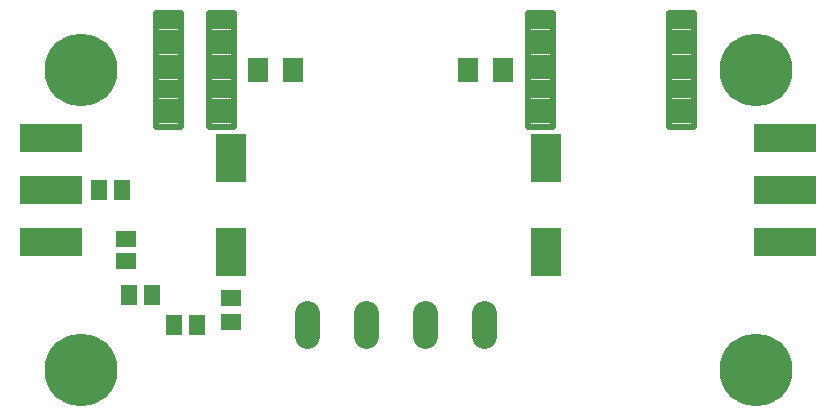
<source format=gts>
G75*
%MOIN*%
%OFA0B0*%
%FSLAX25Y25*%
%IPPOS*%
%LPD*%
%AMOC8*
5,1,8,0,0,1.08239X$1,22.5*
%
%ADD10R,0.05718X0.06899*%
%ADD11R,0.06899X0.05718*%
%ADD12R,0.06506X0.08474*%
%ADD13R,0.10443X0.16348*%
%ADD14R,0.05718X0.06506*%
%ADD15R,0.06506X0.05718*%
%ADD16C,0.02088*%
%ADD17R,0.20600X0.09600*%
%ADD18C,0.08400*%
%ADD19C,0.24222*%
D10*
X0074569Y0046800D03*
X0082443Y0046800D03*
X0072443Y0081800D03*
X0064569Y0081800D03*
D11*
X0108506Y0045737D03*
X0108506Y0037863D03*
D12*
X0117601Y0121800D03*
X0129412Y0121800D03*
X0187601Y0121800D03*
X0199412Y0121800D03*
D13*
X0213506Y0092548D03*
X0213506Y0061052D03*
X0108506Y0061052D03*
X0108506Y0092548D03*
D14*
X0097246Y0036800D03*
X0089766Y0036800D03*
D15*
X0073506Y0058060D03*
X0073506Y0065540D03*
D16*
X0083542Y0102859D02*
X0091896Y0102859D01*
X0083542Y0102859D02*
X0083542Y0140741D01*
X0091896Y0140741D01*
X0091896Y0102859D01*
X0091896Y0104946D02*
X0083542Y0104946D01*
X0083542Y0107033D02*
X0091896Y0107033D01*
X0091896Y0109120D02*
X0083542Y0109120D01*
X0083542Y0111207D02*
X0091896Y0111207D01*
X0091896Y0113294D02*
X0083542Y0113294D01*
X0083542Y0115381D02*
X0091896Y0115381D01*
X0091896Y0117468D02*
X0083542Y0117468D01*
X0083542Y0119555D02*
X0091896Y0119555D01*
X0091896Y0121642D02*
X0083542Y0121642D01*
X0083542Y0123729D02*
X0091896Y0123729D01*
X0091896Y0125816D02*
X0083542Y0125816D01*
X0083542Y0127903D02*
X0091896Y0127903D01*
X0091896Y0129990D02*
X0083542Y0129990D01*
X0083542Y0132077D02*
X0091896Y0132077D01*
X0091896Y0134164D02*
X0083542Y0134164D01*
X0083542Y0136251D02*
X0091896Y0136251D01*
X0091896Y0138338D02*
X0083542Y0138338D01*
X0083542Y0140425D02*
X0091896Y0140425D01*
X0101258Y0102859D02*
X0109612Y0102859D01*
X0101258Y0102859D02*
X0101258Y0140741D01*
X0109612Y0140741D01*
X0109612Y0102859D01*
X0109612Y0104946D02*
X0101258Y0104946D01*
X0101258Y0107033D02*
X0109612Y0107033D01*
X0109612Y0109120D02*
X0101258Y0109120D01*
X0101258Y0111207D02*
X0109612Y0111207D01*
X0109612Y0113294D02*
X0101258Y0113294D01*
X0101258Y0115381D02*
X0109612Y0115381D01*
X0109612Y0117468D02*
X0101258Y0117468D01*
X0101258Y0119555D02*
X0109612Y0119555D01*
X0109612Y0121642D02*
X0101258Y0121642D01*
X0101258Y0123729D02*
X0109612Y0123729D01*
X0109612Y0125816D02*
X0101258Y0125816D01*
X0101258Y0127903D02*
X0109612Y0127903D01*
X0109612Y0129990D02*
X0101258Y0129990D01*
X0101258Y0132077D02*
X0109612Y0132077D01*
X0109612Y0134164D02*
X0101258Y0134164D01*
X0101258Y0136251D02*
X0109612Y0136251D01*
X0109612Y0138338D02*
X0101258Y0138338D01*
X0101258Y0140425D02*
X0109612Y0140425D01*
X0207558Y0102859D02*
X0215912Y0102859D01*
X0207558Y0102859D02*
X0207558Y0140741D01*
X0215912Y0140741D01*
X0215912Y0102859D01*
X0215912Y0104946D02*
X0207558Y0104946D01*
X0207558Y0107033D02*
X0215912Y0107033D01*
X0215912Y0109120D02*
X0207558Y0109120D01*
X0207558Y0111207D02*
X0215912Y0111207D01*
X0215912Y0113294D02*
X0207558Y0113294D01*
X0207558Y0115381D02*
X0215912Y0115381D01*
X0215912Y0117468D02*
X0207558Y0117468D01*
X0207558Y0119555D02*
X0215912Y0119555D01*
X0215912Y0121642D02*
X0207558Y0121642D01*
X0207558Y0123729D02*
X0215912Y0123729D01*
X0215912Y0125816D02*
X0207558Y0125816D01*
X0207558Y0127903D02*
X0215912Y0127903D01*
X0215912Y0129990D02*
X0207558Y0129990D01*
X0207558Y0132077D02*
X0215912Y0132077D01*
X0215912Y0134164D02*
X0207558Y0134164D01*
X0207558Y0136251D02*
X0215912Y0136251D01*
X0215912Y0138338D02*
X0207558Y0138338D01*
X0207558Y0140425D02*
X0215912Y0140425D01*
X0254802Y0102859D02*
X0263156Y0102859D01*
X0254802Y0102859D02*
X0254802Y0140741D01*
X0263156Y0140741D01*
X0263156Y0102859D01*
X0263156Y0104946D02*
X0254802Y0104946D01*
X0254802Y0107033D02*
X0263156Y0107033D01*
X0263156Y0109120D02*
X0254802Y0109120D01*
X0254802Y0111207D02*
X0263156Y0111207D01*
X0263156Y0113294D02*
X0254802Y0113294D01*
X0254802Y0115381D02*
X0263156Y0115381D01*
X0263156Y0117468D02*
X0254802Y0117468D01*
X0254802Y0119555D02*
X0263156Y0119555D01*
X0263156Y0121642D02*
X0254802Y0121642D01*
X0254802Y0123729D02*
X0263156Y0123729D01*
X0263156Y0125816D02*
X0254802Y0125816D01*
X0254802Y0127903D02*
X0263156Y0127903D01*
X0263156Y0129990D02*
X0254802Y0129990D01*
X0254802Y0132077D02*
X0263156Y0132077D01*
X0263156Y0134164D02*
X0254802Y0134164D01*
X0254802Y0136251D02*
X0263156Y0136251D01*
X0263156Y0138338D02*
X0254802Y0138338D01*
X0254802Y0140425D02*
X0263156Y0140425D01*
D17*
X0293406Y0099200D03*
X0293406Y0081800D03*
X0293406Y0064400D03*
X0048606Y0064400D03*
X0048606Y0081800D03*
X0048606Y0099200D03*
D18*
X0133906Y0040700D02*
X0133906Y0032900D01*
X0153706Y0032900D02*
X0153706Y0040700D01*
X0173306Y0040700D02*
X0173306Y0032900D01*
X0193106Y0032900D02*
X0193106Y0040700D01*
D19*
X0058506Y0021800D03*
X0058506Y0121800D03*
X0283506Y0121800D03*
X0283506Y0021800D03*
M02*

</source>
